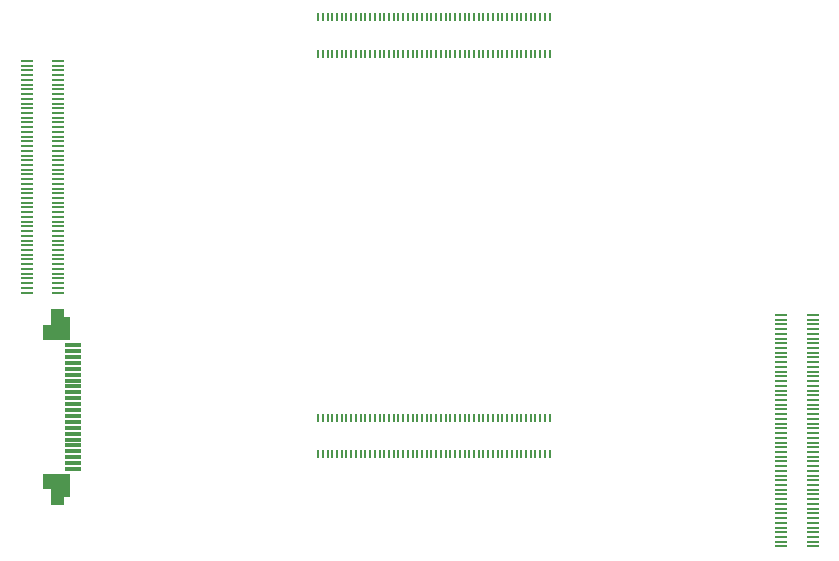
<source format=gbr>
%TF.GenerationSoftware,KiCad,Pcbnew,(5.99.0-10407-g1e8b23402c)*%
%TF.CreationDate,2021-07-10T11:28:42-06:00*%
%TF.ProjectId,lobby,6c6f6262-792e-46b6-9963-61645f706362,rev?*%
%TF.SameCoordinates,Original*%
%TF.FileFunction,Paste,Top*%
%TF.FilePolarity,Positive*%
%FSLAX46Y46*%
G04 Gerber Fmt 4.6, Leading zero omitted, Abs format (unit mm)*
G04 Created by KiCad (PCBNEW (5.99.0-10407-g1e8b23402c)) date 2021-07-10 11:28:42*
%MOMM*%
%LPD*%
G01*
G04 APERTURE LIST*
G04 Aperture macros list*
%AMFreePoly0*
4,1,9,1.450000,0.000000,2.150000,0.000000,2.150000,-1.100000,0.750000,-1.100000,0.750000,-1.800000,-0.500000,-1.800000,-0.500000,0.500000,1.450000,0.500000,1.450000,0.000000,1.450000,0.000000,$1*%
%AMFreePoly1*
4,1,9,0.500000,-1.800000,-0.750000,-1.800000,-0.750000,-1.100000,-2.150000,-1.100000,-2.150000,0.000000,-1.450000,0.000000,-1.450000,0.500000,0.500000,0.500000,0.500000,-1.800000,0.500000,-1.800000,$1*%
G04 Aperture macros list end*
%ADD10R,1.140000X0.200000*%
%ADD11R,1.400000X0.300000*%
%ADD12FreePoly0,270.000000*%
%ADD13FreePoly1,270.000000*%
%ADD14R,0.200000X0.700000*%
G04 APERTURE END LIST*
D10*
%TO.C,Module2*%
X84680000Y-52200000D03*
X87320000Y-52200000D03*
X84680000Y-52600000D03*
X87320000Y-52600000D03*
X84680000Y-53000000D03*
X87320000Y-53000000D03*
X84680000Y-53400000D03*
X87320000Y-53400000D03*
X84680000Y-53800000D03*
X87320000Y-53800000D03*
X84680000Y-54200000D03*
X87320000Y-54200000D03*
X84680000Y-54600000D03*
X87320000Y-54600000D03*
X84680000Y-55000000D03*
X87320000Y-55000000D03*
X84680000Y-55400000D03*
X87320000Y-55400000D03*
X84680000Y-55800000D03*
X87320000Y-55800000D03*
X84680000Y-56200000D03*
X87320000Y-56200000D03*
X84680000Y-56600000D03*
X87320000Y-56600000D03*
X84680000Y-57000000D03*
X87320000Y-57000000D03*
X84680000Y-57400000D03*
X87320000Y-57400000D03*
X84680000Y-57800000D03*
X87320000Y-57800000D03*
X84680000Y-58200000D03*
X87320000Y-58200000D03*
X84680000Y-58600000D03*
X87320000Y-58600000D03*
X84680000Y-59000000D03*
X87320000Y-59000000D03*
X84680000Y-59400000D03*
X87320000Y-59400000D03*
X84680000Y-59800000D03*
X87320000Y-59800000D03*
X84680000Y-60200000D03*
X87320000Y-60200000D03*
X84680000Y-60600000D03*
X87320000Y-60600000D03*
X84680000Y-61000000D03*
X87320000Y-61000000D03*
X84680000Y-61400000D03*
X87320000Y-61400000D03*
X84680000Y-61800000D03*
X87320000Y-61800000D03*
X84680000Y-62200000D03*
X87320000Y-62200000D03*
X84680000Y-62600000D03*
X87320000Y-62600000D03*
X84680000Y-63000000D03*
X87320000Y-63000000D03*
X84680000Y-63400000D03*
X87320000Y-63400000D03*
X84680000Y-63800000D03*
X87320000Y-63800000D03*
X84680000Y-64200000D03*
X87320000Y-64200000D03*
X84680000Y-64600000D03*
X87320000Y-64600000D03*
X84680000Y-65000000D03*
X87320000Y-65000000D03*
X84680000Y-65400000D03*
X87320000Y-65400000D03*
X84680000Y-65800000D03*
X87320000Y-65800000D03*
X84680000Y-66200000D03*
X87320000Y-66200000D03*
X84680000Y-66600000D03*
X87320000Y-66600000D03*
X84680000Y-67000000D03*
X87320000Y-67000000D03*
X84680000Y-67400000D03*
X87320000Y-67400000D03*
X84680000Y-67800000D03*
X87320000Y-67800000D03*
X84680000Y-68200000D03*
X87320000Y-68200000D03*
X84680000Y-68600000D03*
X87320000Y-68600000D03*
X84680000Y-69000000D03*
X87320000Y-69000000D03*
X84680000Y-69400000D03*
X87320000Y-69400000D03*
X84680000Y-69800000D03*
X87320000Y-69800000D03*
X84680000Y-70200000D03*
X87320000Y-70200000D03*
X84680000Y-70600000D03*
X87320000Y-70600000D03*
X84680000Y-71000000D03*
X87320000Y-71000000D03*
X84680000Y-71400000D03*
X87320000Y-71400000D03*
X84680000Y-71800000D03*
X87320000Y-71800000D03*
%TD*%
%TO.C,Module3*%
X20780000Y-30700000D03*
X23420000Y-30700000D03*
X20780000Y-31100000D03*
X23420000Y-31100000D03*
X20780000Y-31500000D03*
X23420000Y-31500000D03*
X20780000Y-31900000D03*
X23420000Y-31900000D03*
X20780000Y-32300000D03*
X23420000Y-32300000D03*
X20780000Y-32700000D03*
X23420000Y-32700000D03*
X20780000Y-33100000D03*
X23420000Y-33100000D03*
X20780000Y-33500000D03*
X23420000Y-33500000D03*
X20780000Y-33900000D03*
X23420000Y-33900000D03*
X20780000Y-34300000D03*
X23420000Y-34300000D03*
X20780000Y-34700000D03*
X23420000Y-34700000D03*
X20780000Y-35100000D03*
X23420000Y-35100000D03*
X20780000Y-35500000D03*
X23420000Y-35500000D03*
X20780000Y-35900000D03*
X23420000Y-35900000D03*
X20780000Y-36300000D03*
X23420000Y-36300000D03*
X20780000Y-36700000D03*
X23420000Y-36700000D03*
X20780000Y-37100000D03*
X23420000Y-37100000D03*
X20780000Y-37500000D03*
X23420000Y-37500000D03*
X20780000Y-37900000D03*
X23420000Y-37900000D03*
X20780000Y-38300000D03*
X23420000Y-38300000D03*
X20780000Y-38700000D03*
X23420000Y-38700000D03*
X20780000Y-39100000D03*
X23420000Y-39100000D03*
X20780000Y-39500000D03*
X23420000Y-39500000D03*
X20780000Y-39900000D03*
X23420000Y-39900000D03*
X20780000Y-40300000D03*
X23420000Y-40300000D03*
X20780000Y-40700000D03*
X23420000Y-40700000D03*
X20780000Y-41100000D03*
X23420000Y-41100000D03*
X20780000Y-41500000D03*
X23420000Y-41500000D03*
X20780000Y-41900000D03*
X23420000Y-41900000D03*
X20780000Y-42300000D03*
X23420000Y-42300000D03*
X20780000Y-42700000D03*
X23420000Y-42700000D03*
X20780000Y-43100000D03*
X23420000Y-43100000D03*
X20780000Y-43500000D03*
X23420000Y-43500000D03*
X20780000Y-43900000D03*
X23420000Y-43900000D03*
X20780000Y-44300000D03*
X23420000Y-44300000D03*
X20780000Y-44700000D03*
X23420000Y-44700000D03*
X20780000Y-45100000D03*
X23420000Y-45100000D03*
X20780000Y-45500000D03*
X23420000Y-45500000D03*
X20780000Y-45900000D03*
X23420000Y-45900000D03*
X20780000Y-46300000D03*
X23420000Y-46300000D03*
X20780000Y-46700000D03*
X23420000Y-46700000D03*
X20780000Y-47100000D03*
X23420000Y-47100000D03*
X20780000Y-47500000D03*
X23420000Y-47500000D03*
X20780000Y-47900000D03*
X23420000Y-47900000D03*
X20780000Y-48300000D03*
X23420000Y-48300000D03*
X20780000Y-48700000D03*
X23420000Y-48700000D03*
X20780000Y-49100000D03*
X23420000Y-49100000D03*
X20780000Y-49500000D03*
X23420000Y-49500000D03*
X20780000Y-49900000D03*
X23420000Y-49900000D03*
X20780000Y-50300000D03*
X23420000Y-50300000D03*
%TD*%
D11*
%TO.C,J4*%
X24700000Y-54750000D03*
X24700000Y-55250000D03*
X24700000Y-55750000D03*
X24700000Y-56250000D03*
X24700000Y-56750000D03*
X24700000Y-57250000D03*
X24700000Y-57750000D03*
X24700000Y-58250000D03*
X24700000Y-58750000D03*
X24700000Y-59250000D03*
X24700000Y-59750000D03*
X24700000Y-60250000D03*
X24700000Y-60750000D03*
X24700000Y-61250000D03*
X24700000Y-61750000D03*
X24700000Y-62250000D03*
X24700000Y-62750000D03*
X24700000Y-63250000D03*
X24700000Y-63750000D03*
X24700000Y-64250000D03*
X24700000Y-64750000D03*
X24700000Y-65250000D03*
D12*
X23900000Y-66200000D03*
D13*
X23900000Y-53800000D03*
%TD*%
D14*
%TO.C,Module1*%
X65050000Y-27000000D03*
X65050000Y-30080000D03*
X64650000Y-27000000D03*
X64650000Y-30080000D03*
X64250000Y-27000000D03*
X64250000Y-30080000D03*
X63850000Y-27000000D03*
X63850000Y-30080000D03*
X63450000Y-27000000D03*
X63450000Y-30080000D03*
X63050000Y-27000000D03*
X63050000Y-30080000D03*
X62650000Y-27000000D03*
X62650000Y-30080000D03*
X62250000Y-27000000D03*
X62250000Y-30080000D03*
X61850000Y-27000000D03*
X61850000Y-30080000D03*
X61450000Y-27000000D03*
X61450000Y-30080000D03*
X61050000Y-27000000D03*
X61050000Y-30080000D03*
X60650000Y-27000000D03*
X60650000Y-30080000D03*
X60250000Y-27000000D03*
X60250000Y-30080000D03*
X59850000Y-27000000D03*
X59850000Y-30080000D03*
X59450000Y-27000000D03*
X59450000Y-30080000D03*
X59050000Y-27000000D03*
X59050000Y-30080000D03*
X58650000Y-27000000D03*
X58650000Y-30080000D03*
X58250000Y-27000000D03*
X58250000Y-30080000D03*
X57850000Y-27000000D03*
X57850000Y-30080000D03*
X57450000Y-27000000D03*
X57450000Y-30080000D03*
X57050000Y-27000000D03*
X57050000Y-30080000D03*
X56650000Y-27000000D03*
X56650000Y-30080000D03*
X56250000Y-27000000D03*
X56250000Y-30080000D03*
X55850000Y-27000000D03*
X55850000Y-30080000D03*
X55450000Y-27000000D03*
X55450000Y-30080000D03*
X55050000Y-27000000D03*
X55050000Y-30080000D03*
X54650000Y-27000000D03*
X54650000Y-30080000D03*
X54250000Y-27000000D03*
X54250000Y-30080000D03*
X53850000Y-27000000D03*
X53850000Y-30080000D03*
X53450000Y-27000000D03*
X53450000Y-30080000D03*
X53050000Y-27000000D03*
X53050000Y-30080000D03*
X52650000Y-27000000D03*
X52650000Y-30080000D03*
X52250000Y-27000000D03*
X52250000Y-30080000D03*
X51850000Y-27000000D03*
X51850000Y-30080000D03*
X51450000Y-27000000D03*
X51450000Y-30080000D03*
X51050000Y-27000000D03*
X51050000Y-30080000D03*
X50650000Y-27000000D03*
X50650000Y-30080000D03*
X50250000Y-27000000D03*
X50250000Y-30080000D03*
X49850000Y-27000000D03*
X49850000Y-30080000D03*
X49450000Y-27000000D03*
X49450000Y-30080000D03*
X49050000Y-27000000D03*
X49050000Y-30080000D03*
X48650000Y-27000000D03*
X48650000Y-30080000D03*
X48250000Y-27000000D03*
X48250000Y-30080000D03*
X47850000Y-27000000D03*
X47850000Y-30080000D03*
X47450000Y-27000000D03*
X47450000Y-30080000D03*
X47050000Y-27000000D03*
X47050000Y-30080000D03*
X46650000Y-27000000D03*
X46650000Y-30080000D03*
X46250000Y-27000000D03*
X46250000Y-30080000D03*
X45850000Y-27000000D03*
X45850000Y-30080000D03*
X45450000Y-27000000D03*
X45450000Y-30080000D03*
X65050000Y-60920000D03*
X65050000Y-64000000D03*
X64650000Y-60920000D03*
X64650000Y-64000000D03*
X64250000Y-60920000D03*
X64250000Y-64000000D03*
X63850000Y-60920000D03*
X63850000Y-64000000D03*
X63450000Y-60920000D03*
X63450000Y-64000000D03*
X63050000Y-60920000D03*
X63050000Y-64000000D03*
X62650000Y-60920000D03*
X62650000Y-64000000D03*
X62250000Y-60920000D03*
X62250000Y-64000000D03*
X61850000Y-60920000D03*
X61850000Y-64000000D03*
X61450000Y-60920000D03*
X61450000Y-64000000D03*
X61050000Y-60920000D03*
X61050000Y-64000000D03*
X60650000Y-60920000D03*
X60650000Y-64000000D03*
X60250000Y-60920000D03*
X60250000Y-64000000D03*
X59850000Y-60920000D03*
X59850000Y-64000000D03*
X59450000Y-60920000D03*
X59450000Y-64000000D03*
X59050000Y-60920000D03*
X59050000Y-64000000D03*
X58650000Y-60920000D03*
X58650000Y-64000000D03*
X58250000Y-60920000D03*
X58250000Y-64000000D03*
X57850000Y-60920000D03*
X57850000Y-64000000D03*
X57450000Y-60920000D03*
X57450000Y-64000000D03*
X57050000Y-60920000D03*
X57050000Y-64000000D03*
X56650000Y-60920000D03*
X56650000Y-64000000D03*
X56250000Y-60920000D03*
X56250000Y-64000000D03*
X55850000Y-60920000D03*
X55850000Y-64000000D03*
X55450000Y-60920000D03*
X55450000Y-64000000D03*
X55050000Y-60920000D03*
X55050000Y-64000000D03*
X54650000Y-60920000D03*
X54650000Y-64000000D03*
X54250000Y-60920000D03*
X54250000Y-64000000D03*
X53850000Y-60920000D03*
X53850000Y-64000000D03*
X53450000Y-60920000D03*
X53450000Y-64000000D03*
X53050000Y-60920000D03*
X53050000Y-64000000D03*
X52650000Y-60920000D03*
X52650000Y-64000000D03*
X52250000Y-60920000D03*
X52250000Y-64000000D03*
X51850000Y-60920000D03*
X51850000Y-64000000D03*
X51450000Y-60920000D03*
X51450000Y-64000000D03*
X51050000Y-60920000D03*
X51050000Y-64000000D03*
X50650000Y-60920000D03*
X50650000Y-64000000D03*
X50250000Y-60920000D03*
X50250000Y-64000000D03*
X49850000Y-60920000D03*
X49850000Y-64000000D03*
X49450000Y-60920000D03*
X49450000Y-64000000D03*
X49050000Y-60920000D03*
X49050000Y-64000000D03*
X48650000Y-60920000D03*
X48650000Y-64000000D03*
X48250000Y-60920000D03*
X48250000Y-64000000D03*
X47850000Y-60920000D03*
X47850000Y-64000000D03*
X47450000Y-60920000D03*
X47450000Y-64000000D03*
X47050000Y-60920000D03*
X47050000Y-64000000D03*
X46650000Y-60920000D03*
X46650000Y-64000000D03*
X46250000Y-60920000D03*
X46250000Y-64000000D03*
X45850000Y-60920000D03*
X45850000Y-64000000D03*
X45450000Y-60920000D03*
X45450000Y-64000000D03*
%TD*%
M02*

</source>
